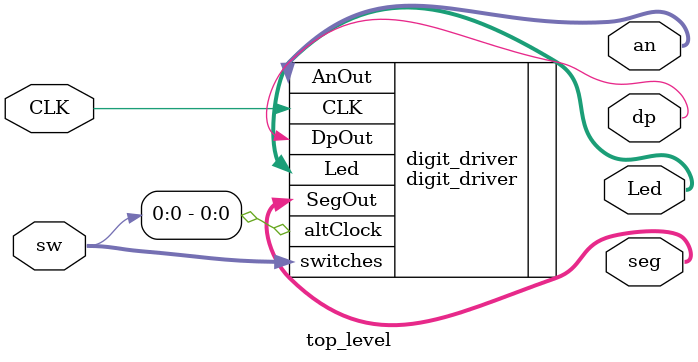
<source format=v>
`timescale 1ns / 1ps
module top_level(     

//clock input
input CLK,
input [7:0] sw,

output [7:0] seg,
output dp,
output [3:0] an,
output [7:0] Led


);    

/*scrolling_name scrolling_name(
.clock(CLK),
.reset(RESET),
.a(seg[0]),
.b(seg[1]),
.c(seg[2]),
.d(seg[3]),
.e(seg[4]),
.f(seg[5]),
.g(seg[6]),
.dp(dp),
.an(an),
//.XPosition(XPosition),
//.YPosition(YPosition)
.XPosition(8'hFA),
.YPosition(8'hAF)
);*/

digit_driver digit_driver(
.CLK(CLK),
.altClock(sw[0]),
.Led(Led),
.switches(sw),

.SegOut(seg),
.DpOut(dp),
.AnOut(an)
);

endmodule

</source>
